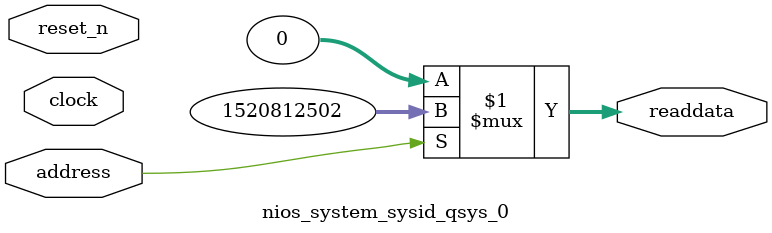
<source format=v>

`timescale 1ns / 1ps
// synthesis translate_on

// turn off superfluous verilog processor warnings 
// altera message_level Level1 
// altera message_off 10034 10035 10036 10037 10230 10240 10030 

module nios_system_sysid_qsys_0 (
               // inputs:
                address,
                clock,
                reset_n,

               // outputs:
                readdata
             )
;

  output  [ 31: 0] readdata;
  input            address;
  input            clock;
  input            reset_n;

  wire    [ 31: 0] readdata;
  //control_slave, which is an e_avalon_slave
  assign readdata = address ? 1520812502 : 0;

endmodule




</source>
